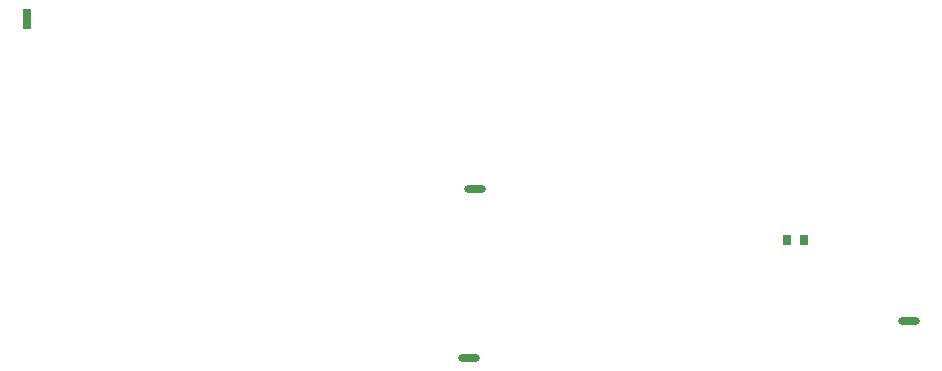
<source format=gbp>
G04 Layer: BottomPasteMaskLayer*
G04 EasyEDA v6.5.50, 2025-05-12 09:01:39*
G04 467dd6194114452b8036c6a5a6649833,7003e7d2a7ba44f9b311faf21ea13ffe,10*
G04 Gerber Generator version 0.2*
G04 Scale: 100 percent, Rotated: No, Reflected: No *
G04 Dimensions in millimeters *
G04 leading zeros omitted , absolute positions ,4 integer and 5 decimal *
%FSLAX45Y45*%
%MOMM*%

%ADD10R,0.8000X0.9000*%
%ADD11R,0.8000X1.8000*%
%ADD12O,1.8649950000000002X0.6299962*%
%ADD13O,0.0194X0.6299962*%

%LPD*%
D10*
G01*
X8429472Y10464800D03*
G01*
X8289467Y10464800D03*
D11*
G01*
X1856079Y12337008D03*
D12*
G01*
X5649950Y10896600D03*
G01*
X9323120Y9779000D03*
G01*
X5599150Y9461500D03*
M02*

</source>
